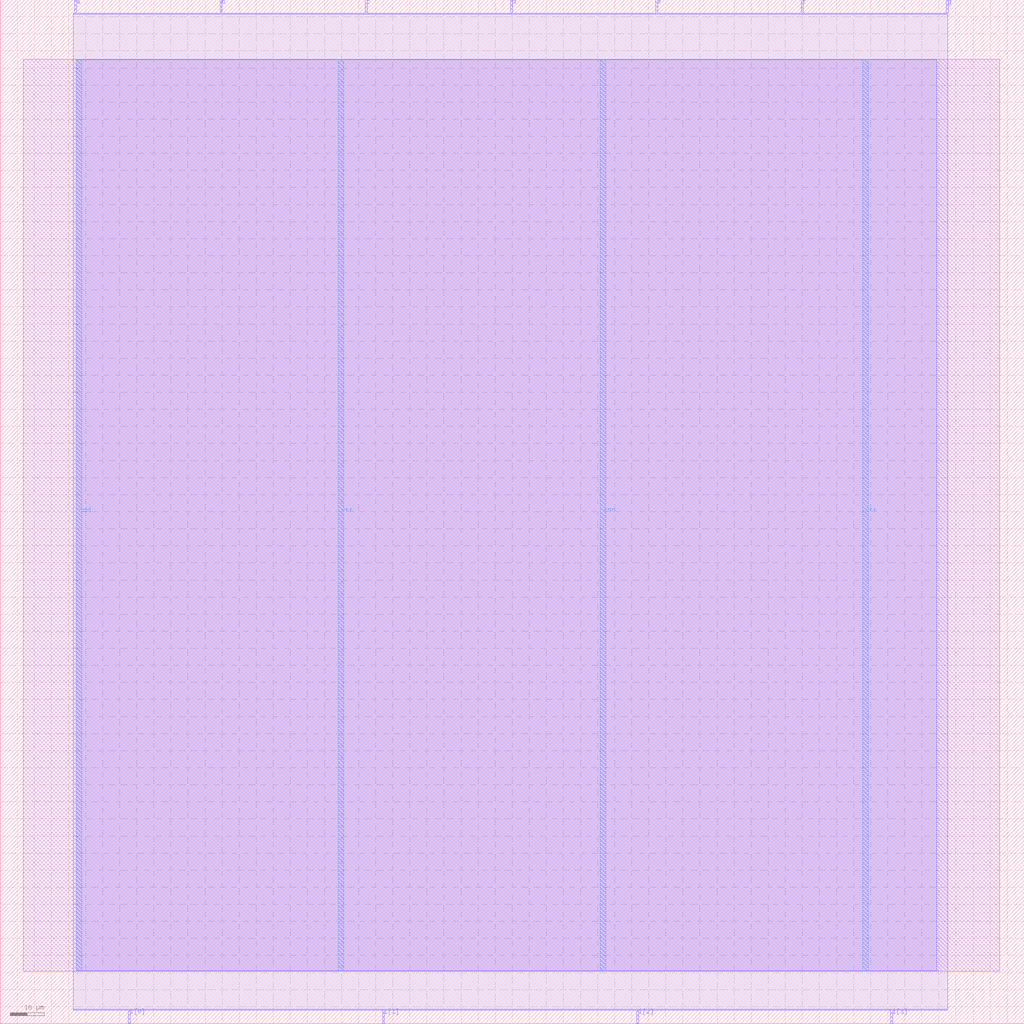
<source format=lef>
VERSION 5.7 ;
  NOWIREEXTENSIONATPIN ON ;
  DIVIDERCHAR "/" ;
  BUSBITCHARS "[]" ;
MACRO SEVEN_SEG_DECODER
  CLASS BLOCK ;
  FOREIGN SEVEN_SEG_DECODER ;
  ORIGIN 0.000 0.000 ;
  SIZE 300.000 BY 300.000 ;
  PIN a
    DIRECTION OUTPUT TRISTATE ;
    USE SIGNAL ;
    PORT
      LAYER Metal2 ;
        RECT 21.840 296.000 22.400 300.000 ;
    END
  END a
  PIN b
    DIRECTION OUTPUT TRISTATE ;
    USE SIGNAL ;
    PORT
      LAYER Metal2 ;
        RECT 64.400 296.000 64.960 300.000 ;
    END
  END b
  PIN c
    DIRECTION OUTPUT TRISTATE ;
    USE SIGNAL ;
    PORT
      LAYER Metal2 ;
        RECT 106.960 296.000 107.520 300.000 ;
    END
  END c
  PIN d
    DIRECTION OUTPUT TRISTATE ;
    USE SIGNAL ;
    PORT
      LAYER Metal2 ;
        RECT 149.520 296.000 150.080 300.000 ;
    END
  END d
  PIN e
    DIRECTION OUTPUT TRISTATE ;
    USE SIGNAL ;
    PORT
      LAYER Metal2 ;
        RECT 192.080 296.000 192.640 300.000 ;
    END
  END e
  PIN f
    DIRECTION OUTPUT TRISTATE ;
    USE SIGNAL ;
    PORT
      LAYER Metal2 ;
        RECT 234.640 296.000 235.200 300.000 ;
    END
  END f
  PIN g
    DIRECTION OUTPUT TRISTATE ;
    USE SIGNAL ;
    PORT
      LAYER Metal2 ;
        RECT 277.200 296.000 277.760 300.000 ;
    END
  END g
  PIN i[0]
    DIRECTION INPUT ;
    USE SIGNAL ;
    PORT
      LAYER Metal2 ;
        RECT 37.520 0.000 38.080 4.000 ;
    END
  END i[0]
  PIN i[1]
    DIRECTION INPUT ;
    USE SIGNAL ;
    PORT
      LAYER Metal2 ;
        RECT 112.000 0.000 112.560 4.000 ;
    END
  END i[1]
  PIN i[2]
    DIRECTION INPUT ;
    USE SIGNAL ;
    PORT
      LAYER Metal2 ;
        RECT 186.480 0.000 187.040 4.000 ;
    END
  END i[2]
  PIN i[3]
    DIRECTION INPUT ;
    USE SIGNAL ;
    PORT
      LAYER Metal2 ;
        RECT 260.960 0.000 261.520 4.000 ;
    END
  END i[3]
  PIN vdd
    DIRECTION INOUT ;
    USE POWER ;
    PORT
      LAYER Metal4 ;
        RECT 22.240 15.380 23.840 282.540 ;
    END
    PORT
      LAYER Metal4 ;
        RECT 175.840 15.380 177.440 282.540 ;
    END
  END vdd
  PIN vss
    DIRECTION INOUT ;
    USE GROUND ;
    PORT
      LAYER Metal4 ;
        RECT 99.040 15.380 100.640 282.540 ;
    END
    PORT
      LAYER Metal4 ;
        RECT 252.640 15.380 254.240 282.540 ;
    END
  END vss
  OBS
      LAYER Metal1 ;
        RECT 6.720 15.380 292.880 282.540 ;
      LAYER Metal2 ;
        RECT 21.420 295.700 21.540 296.000 ;
        RECT 22.700 295.700 64.100 296.000 ;
        RECT 65.260 295.700 106.660 296.000 ;
        RECT 107.820 295.700 149.220 296.000 ;
        RECT 150.380 295.700 191.780 296.000 ;
        RECT 192.940 295.700 234.340 296.000 ;
        RECT 235.500 295.700 276.900 296.000 ;
        RECT 21.420 4.300 277.620 295.700 ;
        RECT 21.420 4.000 37.220 4.300 ;
        RECT 38.380 4.000 111.700 4.300 ;
        RECT 112.860 4.000 186.180 4.300 ;
        RECT 187.340 4.000 260.660 4.300 ;
        RECT 261.820 4.000 277.620 4.300 ;
      LAYER Metal3 ;
        RECT 22.330 15.540 274.310 282.380 ;
  END
END SEVEN_SEG_DECODER
END LIBRARY


</source>
